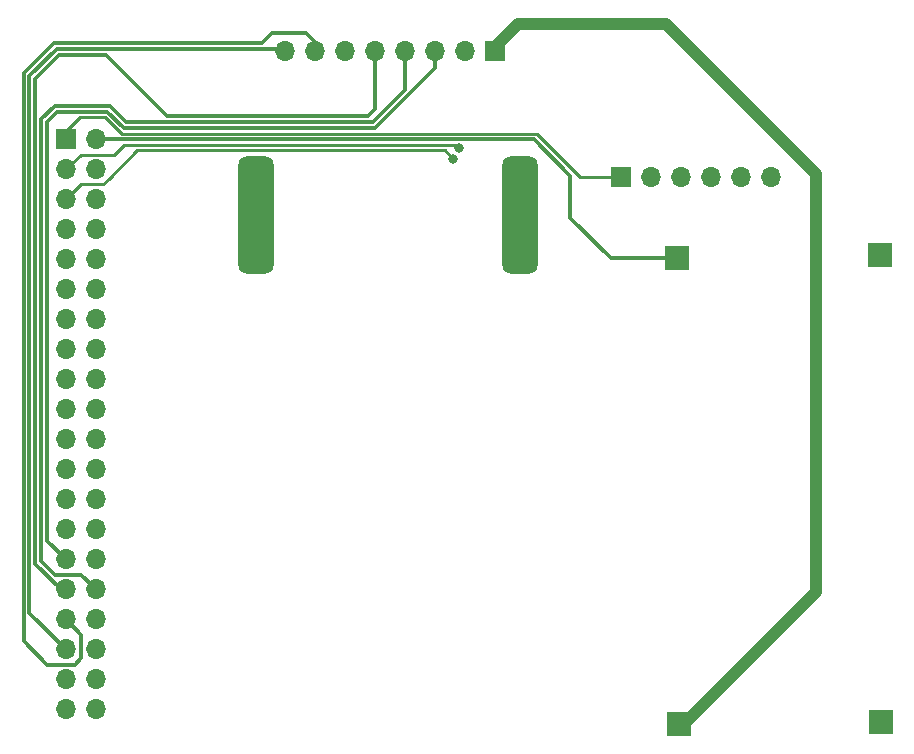
<source format=gbr>
%TF.GenerationSoftware,KiCad,Pcbnew,(6.0.4)*%
%TF.CreationDate,2022-10-08T17:17:15-04:00*%
%TF.ProjectId,CubeSat,43756265-5361-4742-9e6b-696361645f70,rev?*%
%TF.SameCoordinates,Original*%
%TF.FileFunction,Copper,L2,Bot*%
%TF.FilePolarity,Positive*%
%FSLAX46Y46*%
G04 Gerber Fmt 4.6, Leading zero omitted, Abs format (unit mm)*
G04 Created by KiCad (PCBNEW (6.0.4)) date 2022-10-08 17:17:15*
%MOMM*%
%LPD*%
G01*
G04 APERTURE LIST*
G04 Aperture macros list*
%AMRoundRect*
0 Rectangle with rounded corners*
0 $1 Rounding radius*
0 $2 $3 $4 $5 $6 $7 $8 $9 X,Y pos of 4 corners*
0 Add a 4 corners polygon primitive as box body*
4,1,4,$2,$3,$4,$5,$6,$7,$8,$9,$2,$3,0*
0 Add four circle primitives for the rounded corners*
1,1,$1+$1,$2,$3*
1,1,$1+$1,$4,$5*
1,1,$1+$1,$6,$7*
1,1,$1+$1,$8,$9*
0 Add four rect primitives between the rounded corners*
20,1,$1+$1,$2,$3,$4,$5,0*
20,1,$1+$1,$4,$5,$6,$7,0*
20,1,$1+$1,$6,$7,$8,$9,0*
20,1,$1+$1,$8,$9,$2,$3,0*%
G04 Aperture macros list end*
%TA.AperFunction,ComponentPad*%
%ADD10R,1.700000X1.700000*%
%TD*%
%TA.AperFunction,ComponentPad*%
%ADD11O,1.700000X1.700000*%
%TD*%
%TA.AperFunction,ComponentPad*%
%ADD12RoundRect,0.750000X-0.750000X-4.250000X0.750000X-4.250000X0.750000X4.250000X-0.750000X4.250000X0*%
%TD*%
%TA.AperFunction,ComponentPad*%
%ADD13R,2.000000X2.000000*%
%TD*%
%TA.AperFunction,ViaPad*%
%ADD14C,0.800000*%
%TD*%
%TA.AperFunction,Conductor*%
%ADD15C,0.300000*%
%TD*%
%TA.AperFunction,Conductor*%
%ADD16C,1.000000*%
%TD*%
%TA.AperFunction,Conductor*%
%ADD17C,0.250000*%
%TD*%
G04 APERTURE END LIST*
D10*
%TO.P,J4,1,Pin_1*%
%TO.N,/3.3V*%
X111800000Y-57390000D03*
D11*
%TO.P,J4,2,Pin_2*%
%TO.N,/5VB*%
X114340000Y-57390000D03*
%TO.P,J4,3,Pin_3*%
%TO.N,/SDA*%
X111800000Y-59930000D03*
%TO.P,J4,4,Pin_4*%
%TO.N,/5VB*%
X114340000Y-59930000D03*
%TO.P,J4,5,Pin_5*%
%TO.N,/SCL*%
X111800000Y-62470000D03*
%TO.P,J4,6,Pin_6*%
%TO.N,GND*%
X114340000Y-62470000D03*
%TO.P,J4,7,Pin_7*%
%TO.N,unconnected-(J4-Pad7)*%
X111800000Y-65010000D03*
%TO.P,J4,8,Pin_8*%
%TO.N,unconnected-(J4-Pad8)*%
X114340000Y-65010000D03*
%TO.P,J4,9,Pin_9*%
%TO.N,unconnected-(J4-Pad9)*%
X111800000Y-67550000D03*
%TO.P,J4,10,Pin_10*%
%TO.N,unconnected-(J4-Pad10)*%
X114340000Y-67550000D03*
%TO.P,J4,11,Pin_11*%
%TO.N,unconnected-(J4-Pad11)*%
X111800000Y-70090000D03*
%TO.P,J4,12,Pin_12*%
%TO.N,unconnected-(J4-Pad12)*%
X114340000Y-70090000D03*
%TO.P,J4,13,Pin_13*%
%TO.N,unconnected-(J4-Pad13)*%
X111800000Y-72630000D03*
%TO.P,J4,14,Pin_14*%
%TO.N,unconnected-(J4-Pad14)*%
X114340000Y-72630000D03*
%TO.P,J4,15,Pin_15*%
%TO.N,unconnected-(J4-Pad15)*%
X111800000Y-75170000D03*
%TO.P,J4,16,Pin_16*%
%TO.N,unconnected-(J4-Pad16)*%
X114340000Y-75170000D03*
%TO.P,J4,17,Pin_17*%
%TO.N,unconnected-(J4-Pad17)*%
X111800000Y-77710000D03*
%TO.P,J4,18,Pin_18*%
%TO.N,unconnected-(J4-Pad18)*%
X114340000Y-77710000D03*
%TO.P,J4,19,Pin_19*%
%TO.N,unconnected-(J4-Pad19)*%
X111800000Y-80250000D03*
%TO.P,J4,20,Pin_20*%
%TO.N,unconnected-(J4-Pad20)*%
X114340000Y-80250000D03*
%TO.P,J4,21,Pin_21*%
%TO.N,unconnected-(J4-Pad21)*%
X111800000Y-82790000D03*
%TO.P,J4,22,Pin_22*%
%TO.N,unconnected-(J4-Pad22)*%
X114340000Y-82790000D03*
%TO.P,J4,23,Pin_23*%
%TO.N,unconnected-(J4-Pad23)*%
X111800000Y-85330000D03*
%TO.P,J4,24,Pin_24*%
%TO.N,unconnected-(J4-Pad24)*%
X114340000Y-85330000D03*
%TO.P,J4,25,Pin_25*%
%TO.N,unconnected-(J4-Pad25)*%
X111800000Y-87870000D03*
%TO.P,J4,26,Pin_26*%
%TO.N,unconnected-(J4-Pad26)*%
X114340000Y-87870000D03*
%TO.P,J4,27,Pin_27*%
%TO.N,unconnected-(J4-Pad27)*%
X111800000Y-90410000D03*
%TO.P,J4,28,Pin_28*%
%TO.N,unconnected-(J4-Pad28)*%
X114340000Y-90410000D03*
%TO.P,J4,29,Pin_29*%
%TO.N,/brake*%
X111800000Y-92950000D03*
%TO.P,J4,30,Pin_30*%
%TO.N,unconnected-(J4-Pad30)*%
X114340000Y-92950000D03*
%TO.P,J4,31,Pin_31*%
%TO.N,/CW{slash}CCW*%
X111800000Y-95490000D03*
%TO.P,J4,32,Pin_32*%
%TO.N,/PWM*%
X114340000Y-95490000D03*
%TO.P,J4,33,Pin_33*%
%TO.N,/CHB*%
X111800000Y-98030000D03*
%TO.P,J4,34,Pin_34*%
%TO.N,unconnected-(J4-Pad34)*%
X114340000Y-98030000D03*
%TO.P,J4,35,Pin_35*%
%TO.N,/CHA*%
X111800000Y-100570000D03*
%TO.P,J4,36,Pin_36*%
%TO.N,unconnected-(J4-Pad36)*%
X114340000Y-100570000D03*
%TO.P,J4,37,Pin_37*%
%TO.N,unconnected-(J4-Pad37)*%
X111800000Y-103110000D03*
%TO.P,J4,38,Pin_38*%
%TO.N,unconnected-(J4-Pad38)*%
X114340000Y-103110000D03*
%TO.P,J4,39,Pin_39*%
%TO.N,unconnected-(J4-Pad39)*%
X111800000Y-105650000D03*
%TO.P,J4,40,Pin_40*%
%TO.N,unconnected-(J4-Pad40)*%
X114340000Y-105650000D03*
%TD*%
D12*
%TO.P,J1,GND,Pin_1*%
%TO.N,GND*%
X150276000Y-63819000D03*
%TO.P,J1,VCC,Pin_2*%
%TO.N,VCC*%
X127924000Y-63819000D03*
%TD*%
D10*
%TO.P,J2,1,Pin_1*%
%TO.N,/3.3V*%
X158800000Y-60600000D03*
D11*
%TO.P,J2,2,Pin_2*%
%TO.N,unconnected-(J2-Pad2)*%
X161340000Y-60600000D03*
%TO.P,J2,3,Pin_3*%
%TO.N,GND*%
X163880000Y-60600000D03*
%TO.P,J2,4,Pin_4*%
%TO.N,/SCL*%
X166420000Y-60600000D03*
%TO.P,J2,5,Pin_5*%
%TO.N,/SDA*%
X168960000Y-60600000D03*
%TO.P,J2,6,Pin_6*%
%TO.N,unconnected-(J2-Pad6)*%
X171500000Y-60600000D03*
%TD*%
D13*
%TO.P,U1,1,IN+*%
%TO.N,VCC*%
X163700000Y-106900000D03*
%TO.P,U1,2,IN-*%
%TO.N,GND*%
X180800000Y-106750000D03*
%TO.P,U1,3,OUT+*%
%TO.N,/5VB*%
X163552000Y-67464000D03*
%TO.P,U1,4,OUT-*%
%TO.N,GND*%
X180700000Y-67200000D03*
%TD*%
D10*
%TO.P,J3,1,Pin_1*%
%TO.N,VCC*%
X148100000Y-49900000D03*
D11*
%TO.P,J3,2,Pin_2*%
%TO.N,GND*%
X145560000Y-49900000D03*
%TO.P,J3,3,Pin_3*%
%TO.N,/brake*%
X143020000Y-49900000D03*
%TO.P,J3,4,Pin_4*%
%TO.N,/PWM*%
X140480000Y-49900000D03*
%TO.P,J3,5,Pin_5*%
%TO.N,/CW{slash}CCW*%
X137940000Y-49900000D03*
%TO.P,J3,6,Pin_6*%
%TO.N,unconnected-(J3-Pad6)*%
X135400000Y-49900000D03*
%TO.P,J3,7,Pin_7*%
%TO.N,/CHB*%
X132860000Y-49900000D03*
%TO.P,J3,8,Pin_8*%
%TO.N,/CHA*%
X130320000Y-49900000D03*
%TD*%
D14*
%TO.N,/SCL*%
X144597848Y-59003704D03*
%TO.N,/SDA*%
X145100000Y-58139500D03*
%TD*%
D15*
%TO.N,/CHB*%
X132860000Y-49160000D02*
X132860000Y-49900000D01*
X132100000Y-48400000D02*
X132860000Y-49160000D01*
X129200000Y-48400000D02*
X132100000Y-48400000D01*
X128349038Y-49250962D02*
X129200000Y-48400000D01*
X111200000Y-49250962D02*
X128349038Y-49250962D01*
X110749039Y-49250961D02*
X111200000Y-49250962D01*
X108201924Y-51798076D02*
X110749039Y-49250961D01*
X108201924Y-97264534D02*
X108201924Y-51798076D01*
X108201923Y-99851923D02*
X108201924Y-97264534D01*
X110200000Y-101850000D02*
X108201923Y-99851923D01*
X112550000Y-101850000D02*
X110200000Y-101850000D01*
X113100000Y-101300000D02*
X112550000Y-101850000D01*
X113100000Y-99330000D02*
X113100000Y-101300000D01*
X111800000Y-98030000D02*
X113100000Y-99330000D01*
%TO.N,/CHA*%
X110993091Y-49750481D02*
X108701443Y-52042129D01*
X108701443Y-97471443D02*
X111800000Y-100570000D01*
X130170481Y-49750481D02*
X110993091Y-49750481D01*
X130320000Y-49900000D02*
X130170481Y-49750481D01*
X108701443Y-52042129D02*
X108701443Y-97471443D01*
%TO.N,/CW{slash}CCW*%
X111383572Y-95490000D02*
X111800000Y-95490000D01*
X109200962Y-52249038D02*
X109200962Y-93307390D01*
X115150000Y-50250000D02*
X111200000Y-50250000D01*
X120341920Y-55441920D02*
X115150000Y-50250000D01*
X111200000Y-50250000D02*
X109200962Y-52249038D01*
X109200962Y-93307390D02*
X111383572Y-95490000D01*
X137350000Y-55441920D02*
X120341920Y-55441920D01*
X137940000Y-54851920D02*
X137350000Y-55441920D01*
X137940000Y-49900000D02*
X137940000Y-54851920D01*
%TO.N,/PWM*%
X113100000Y-94250000D02*
X114340000Y-95490000D01*
X110850000Y-94250000D02*
X113100000Y-94250000D01*
X109700481Y-93100481D02*
X110850000Y-94250000D01*
X110867611Y-54525961D02*
X109700481Y-55693091D01*
X109700481Y-55693091D02*
X109700481Y-93100481D01*
X115487982Y-54525962D02*
X110867611Y-54525961D01*
X116903460Y-55941440D02*
X115487982Y-54525962D01*
X137752132Y-55941440D02*
X116903460Y-55941440D01*
X140480000Y-53213572D02*
X137752132Y-55941440D01*
X140480000Y-49900000D02*
X140480000Y-53213572D01*
%TO.N,/brake*%
X143020000Y-51380000D02*
X143020000Y-49900000D01*
X137959040Y-56440960D02*
X143020000Y-51380000D01*
X116696552Y-56440960D02*
X137959040Y-56440960D01*
X115281073Y-55025481D02*
X116696552Y-56440960D01*
X111074520Y-55025480D02*
X115281073Y-55025481D01*
X110200000Y-55900000D02*
X111074520Y-55025480D01*
X110200000Y-91350000D02*
X110200000Y-55900000D01*
X111800000Y-92950000D02*
X110200000Y-91350000D01*
D16*
%TO.N,VCC*%
X150100000Y-47600000D02*
X148100000Y-49600000D01*
X162600000Y-47600000D02*
X150100000Y-47600000D01*
X148100000Y-49600000D02*
X148100000Y-49900000D01*
X175300000Y-95700000D02*
X175300000Y-60300000D01*
X175300000Y-60300000D02*
X162600000Y-47600000D01*
X163700000Y-106900000D02*
X164100000Y-106900000D01*
X164100000Y-106900000D02*
X175300000Y-95700000D01*
D17*
%TO.N,/3.3V*%
X113000000Y-55500000D02*
X115084520Y-55500000D01*
X111800000Y-56700000D02*
X113000000Y-55500000D01*
X151665481Y-56915481D02*
X155350000Y-60600000D01*
X115084520Y-55500000D02*
X116500000Y-56915480D01*
X111800000Y-57390000D02*
X111800000Y-56700000D01*
X155350000Y-60600000D02*
X158800000Y-60600000D01*
X116500000Y-56915480D02*
X151665481Y-56915481D01*
%TO.N,/SCL*%
X114900000Y-61200000D02*
X115400000Y-60700000D01*
X111800000Y-62470000D02*
X113070000Y-61200000D01*
X115400000Y-60700000D02*
X117785960Y-58314040D01*
X117785960Y-58314040D02*
X119500000Y-58314040D01*
X143908184Y-58314040D02*
X144597848Y-59003704D01*
X114000000Y-61200000D02*
X114900000Y-61200000D01*
X119500000Y-58314040D02*
X143908184Y-58314040D01*
X113070000Y-61200000D02*
X114000000Y-61200000D01*
%TO.N,/SDA*%
X114100000Y-58700000D02*
X115864520Y-58700000D01*
X111800000Y-59930000D02*
X113030000Y-58700000D01*
X115864520Y-58700000D02*
X116700000Y-57864520D01*
X144825020Y-57864520D02*
X145100000Y-58139500D01*
X116700000Y-57864520D02*
X144825020Y-57864520D01*
X113030000Y-58700000D02*
X114100000Y-58700000D01*
D15*
%TO.N,/5VB*%
X114340000Y-57390000D02*
X151390000Y-57390000D01*
X154500000Y-64000000D02*
X157964000Y-67464000D01*
X154500000Y-60500000D02*
X154500000Y-64000000D01*
X151390000Y-57390000D02*
X154500000Y-60500000D01*
X157964000Y-67464000D02*
X163552000Y-67464000D01*
%TD*%
M02*

</source>
